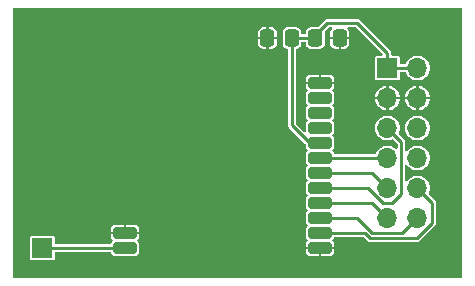
<source format=gbr>
%TF.GenerationSoftware,KiCad,Pcbnew,7.0.1*%
%TF.CreationDate,2023-04-24T20:50:02+02:00*%
%TF.ProjectId,AS4432_ANT_PMOD,41533434-3332-45f4-914e-545f504d4f44,rev?*%
%TF.SameCoordinates,Original*%
%TF.FileFunction,Copper,L1,Top*%
%TF.FilePolarity,Positive*%
%FSLAX46Y46*%
G04 Gerber Fmt 4.6, Leading zero omitted, Abs format (unit mm)*
G04 Created by KiCad (PCBNEW 7.0.1) date 2023-04-24 20:50:02*
%MOMM*%
%LPD*%
G01*
G04 APERTURE LIST*
G04 Aperture macros list*
%AMRoundRect*
0 Rectangle with rounded corners*
0 $1 Rounding radius*
0 $2 $3 $4 $5 $6 $7 $8 $9 X,Y pos of 4 corners*
0 Add a 4 corners polygon primitive as box body*
4,1,4,$2,$3,$4,$5,$6,$7,$8,$9,$2,$3,0*
0 Add four circle primitives for the rounded corners*
1,1,$1+$1,$2,$3*
1,1,$1+$1,$4,$5*
1,1,$1+$1,$6,$7*
1,1,$1+$1,$8,$9*
0 Add four rect primitives between the rounded corners*
20,1,$1+$1,$2,$3,$4,$5,0*
20,1,$1+$1,$4,$5,$6,$7,0*
20,1,$1+$1,$6,$7,$8,$9,0*
20,1,$1+$1,$8,$9,$2,$3,0*%
G04 Aperture macros list end*
%TA.AperFunction,ComponentPad*%
%ADD10R,1.700000X1.700000*%
%TD*%
%TA.AperFunction,ComponentPad*%
%ADD11O,1.700000X1.700000*%
%TD*%
%TA.AperFunction,SMDPad,CuDef*%
%ADD12RoundRect,0.250000X0.750000X0.250000X-0.750000X0.250000X-0.750000X-0.250000X0.750000X-0.250000X0*%
%TD*%
%TA.AperFunction,SMDPad,CuDef*%
%ADD13RoundRect,0.250000X0.337500X0.475000X-0.337500X0.475000X-0.337500X-0.475000X0.337500X-0.475000X0*%
%TD*%
%TA.AperFunction,SMDPad,CuDef*%
%ADD14RoundRect,0.250000X-0.337500X-0.475000X0.337500X-0.475000X0.337500X0.475000X-0.337500X0.475000X0*%
%TD*%
%TA.AperFunction,Conductor*%
%ADD15C,0.250000*%
%TD*%
G04 APERTURE END LIST*
D10*
%TO.P,J1,1,Pin_1*%
%TO.N,VCC*%
X149860000Y-43180000D03*
D11*
%TO.P,J1,2,Pin_2*%
X152400000Y-43180000D03*
%TO.P,J1,3,Pin_3*%
%TO.N,GND*%
X149860000Y-45720000D03*
%TO.P,J1,4,Pin_4*%
X152400000Y-45720000D03*
%TO.P,J1,5,Pin_5*%
%TO.N,SCK*%
X149860000Y-48260000D03*
%TO.P,J1,6,Pin_6*%
%TO.N,unconnected-(J1-Pin_6-Pad6)*%
X152400000Y-48260000D03*
%TO.P,J1,7,Pin_7*%
%TO.N,MISO*%
X149860000Y-50800000D03*
%TO.P,J1,8,Pin_8*%
%TO.N,unconnected-(J1-Pin_8-Pad8)*%
X152400000Y-50800000D03*
%TO.P,J1,9,Pin_9*%
%TO.N,MOSI*%
X149860000Y-53340000D03*
%TO.P,J1,10,Pin_10*%
%TO.N,nRESET*%
X152400000Y-53340000D03*
%TO.P,J1,11,Pin_11*%
%TO.N,nCS*%
X149860000Y-55880000D03*
%TO.P,J1,12,Pin_12*%
%TO.N,IRQ*%
X152400000Y-55880000D03*
%TD*%
D12*
%TO.P,U1,1,GND*%
%TO.N,GND*%
X144140000Y-44450000D03*
%TO.P,U1,2,DIO0*%
%TO.N,unconnected-(U1-DIO0-Pad2)*%
X144140000Y-45720000D03*
%TO.P,U1,3,DIO1*%
%TO.N,unconnected-(U1-DIO1-Pad3)*%
X144140000Y-46990000D03*
%TO.P,U1,4,DIO2*%
%TO.N,unconnected-(U1-DIO2-Pad4)*%
X144140000Y-48260000D03*
%TO.P,U1,5,3.3V*%
%TO.N,VCC*%
X144140000Y-49530000D03*
%TO.P,U1,6,MISO*%
%TO.N,MISO*%
X144140000Y-50800000D03*
%TO.P,U1,7,MOSI*%
%TO.N,MOSI*%
X144140000Y-52070000D03*
%TO.P,U1,8,SCK*%
%TO.N,SCK*%
X144140000Y-53340000D03*
%TO.P,U1,9,NSS*%
%TO.N,nCS*%
X144140000Y-54610000D03*
%TO.P,U1,10,IRQ*%
%TO.N,IRQ*%
X144140000Y-55880000D03*
%TO.P,U1,11,SDN*%
%TO.N,nRESET*%
X144140000Y-57150000D03*
%TO.P,U1,12,GND*%
%TO.N,GND*%
X144140000Y-58420000D03*
%TO.P,U1,13,ANT*%
%TO.N,Net-(J2-Pin_1)*%
X127640000Y-58420000D03*
%TO.P,U1,14,GND*%
%TO.N,GND*%
X127640000Y-57150000D03*
%TD*%
D13*
%TO.P,C1,1*%
%TO.N,VCC*%
X141775000Y-40640000D03*
%TO.P,C1,2*%
%TO.N,GND*%
X139700000Y-40640000D03*
%TD*%
D14*
%TO.P,C2,1*%
%TO.N,VCC*%
X143742500Y-40640000D03*
%TO.P,C2,2*%
%TO.N,GND*%
X145817500Y-40640000D03*
%TD*%
D10*
%TO.P,J2,1,Pin_1*%
%TO.N,Net-(J2-Pin_1)*%
X120650000Y-58420000D03*
%TD*%
D15*
%TO.N,Net-(J2-Pin_1)*%
X127640000Y-58420000D02*
X120650000Y-58420000D01*
%TO.N,nRESET*%
X143826500Y-57150000D02*
X147953604Y-57150000D01*
X152341701Y-57600000D02*
X153230850Y-56710850D01*
X152791701Y-57150000D02*
X153670000Y-56271701D01*
X153670000Y-54610000D02*
X152400000Y-53340000D01*
X153670000Y-56271701D02*
X153670000Y-54610000D01*
X147953604Y-57150000D02*
X148403604Y-57600000D01*
X148403604Y-57600000D02*
X152341701Y-57600000D01*
%TO.N,nCS*%
X148590000Y-54610000D02*
X143826500Y-54610000D01*
X149860000Y-55880000D02*
X148590000Y-54610000D01*
%TO.N,SCK*%
X149468299Y-54610000D02*
X150251701Y-54610000D01*
X150251701Y-54610000D02*
X151035000Y-53826701D01*
X151035000Y-53826701D02*
X151035000Y-49435000D01*
X143826500Y-53340000D02*
X148198299Y-53340000D01*
X151035000Y-49435000D02*
X149860000Y-48260000D01*
X148198299Y-53340000D02*
X149468299Y-54610000D01*
%TO.N,MOSI*%
X143826500Y-52070000D02*
X148590000Y-52070000D01*
X148590000Y-52070000D02*
X149860000Y-53340000D01*
%TO.N,MISO*%
X143826500Y-50800000D02*
X149860000Y-50800000D01*
%TO.N,VCC*%
X143283327Y-49530000D02*
X141775000Y-48021673D01*
X143742500Y-40407500D02*
X144780000Y-39370000D01*
X141775000Y-40640000D02*
X143742500Y-40640000D01*
X141775000Y-48021673D02*
X141775000Y-40640000D01*
X147320000Y-39370000D02*
X149860000Y-41910000D01*
X149860000Y-43180000D02*
X152400000Y-43180000D01*
X144780000Y-39370000D02*
X147320000Y-39370000D01*
X143742500Y-40640000D02*
X143742500Y-40407500D01*
X143826500Y-49530000D02*
X143283327Y-49530000D01*
X149860000Y-41910000D02*
X149860000Y-43180000D01*
%TO.N,IRQ*%
X147320000Y-55880000D02*
X143826500Y-55880000D01*
X152400000Y-55880000D02*
X151130000Y-57150000D01*
X148590000Y-57150000D02*
X147320000Y-55880000D01*
X151130000Y-57150000D02*
X148590000Y-57150000D01*
%TD*%
%TA.AperFunction,Conductor*%
%TO.N,GND*%
G36*
X156135000Y-38138763D02*
G01*
X156171237Y-38175000D01*
X156184500Y-38224500D01*
X156184500Y-60835500D01*
X156171237Y-60885000D01*
X156135000Y-60921237D01*
X156085500Y-60934500D01*
X118234500Y-60934500D01*
X118185000Y-60921237D01*
X118148763Y-60885000D01*
X118135500Y-60835500D01*
X118135500Y-59289747D01*
X119599500Y-59289747D01*
X119611133Y-59348231D01*
X119655447Y-59414552D01*
X119699762Y-59444162D01*
X119721769Y-59458867D01*
X119780252Y-59470500D01*
X121519747Y-59470500D01*
X121519748Y-59470500D01*
X121578231Y-59458867D01*
X121644552Y-59414552D01*
X121688867Y-59348231D01*
X121700500Y-59289748D01*
X121700500Y-58844500D01*
X121713763Y-58795000D01*
X121750000Y-58758763D01*
X121799500Y-58745500D01*
X126368891Y-58745500D01*
X126426180Y-58763760D01*
X126462335Y-58811801D01*
X126487207Y-58882882D01*
X126567850Y-58992150D01*
X126677118Y-59072793D01*
X126805301Y-59117646D01*
X126818343Y-59118869D01*
X126835730Y-59120500D01*
X126835734Y-59120500D01*
X128444266Y-59120500D01*
X128444270Y-59120500D01*
X128459482Y-59119073D01*
X128474699Y-59117646D01*
X128602882Y-59072793D01*
X128712150Y-58992150D01*
X128792793Y-58882882D01*
X128837646Y-58754699D01*
X128840500Y-58724266D01*
X128840500Y-58724200D01*
X142940001Y-58724200D01*
X142942851Y-58754604D01*
X142987654Y-58882645D01*
X143068208Y-58991791D01*
X143177354Y-59072345D01*
X143305398Y-59117149D01*
X143335792Y-59120000D01*
X144039999Y-59120000D01*
X144040000Y-59119999D01*
X144040000Y-59119998D01*
X144240000Y-59119998D01*
X144240001Y-59119999D01*
X144944200Y-59119999D01*
X144974604Y-59117148D01*
X145102645Y-59072345D01*
X145211791Y-58991791D01*
X145292345Y-58882645D01*
X145337149Y-58754601D01*
X145340000Y-58724208D01*
X145340000Y-58520001D01*
X145339999Y-58520000D01*
X144240001Y-58520000D01*
X144240000Y-58520001D01*
X144240000Y-59119998D01*
X144040000Y-59119998D01*
X144040000Y-58520001D01*
X144039999Y-58520000D01*
X142940002Y-58520000D01*
X142940001Y-58520001D01*
X142940001Y-58724200D01*
X128840500Y-58724200D01*
X128840500Y-58115734D01*
X128837646Y-58085301D01*
X128792793Y-57957118D01*
X128732029Y-57874785D01*
X128708841Y-57843366D01*
X128691711Y-57805402D01*
X128691711Y-57763753D01*
X128708841Y-57725789D01*
X128792345Y-57612645D01*
X128837149Y-57484601D01*
X128840000Y-57454208D01*
X128840000Y-57250001D01*
X128839999Y-57250000D01*
X126440002Y-57250000D01*
X126440001Y-57250001D01*
X126440001Y-57454200D01*
X126442851Y-57484604D01*
X126487654Y-57612645D01*
X126571159Y-57725789D01*
X126588289Y-57763753D01*
X126588289Y-57805402D01*
X126571159Y-57843366D01*
X126507765Y-57929263D01*
X126487207Y-57957118D01*
X126462335Y-58028198D01*
X126426180Y-58076240D01*
X126368891Y-58094500D01*
X121799500Y-58094500D01*
X121750000Y-58081237D01*
X121713763Y-58045000D01*
X121700500Y-57995500D01*
X121700500Y-57550253D01*
X121698819Y-57541803D01*
X121688867Y-57491769D01*
X121663764Y-57454200D01*
X121644552Y-57425447D01*
X121578231Y-57381133D01*
X121519748Y-57369500D01*
X119780252Y-57369500D01*
X119751010Y-57375316D01*
X119721768Y-57381133D01*
X119655447Y-57425447D01*
X119611133Y-57491768D01*
X119599500Y-57550253D01*
X119599500Y-59289747D01*
X118135500Y-59289747D01*
X118135500Y-57049999D01*
X126440000Y-57049999D01*
X126440001Y-57050000D01*
X127539999Y-57050000D01*
X127540000Y-57049999D01*
X127740000Y-57049999D01*
X127740001Y-57050000D01*
X128839998Y-57050000D01*
X128839999Y-57049999D01*
X128839999Y-56845800D01*
X128837148Y-56815395D01*
X128792345Y-56687354D01*
X128711791Y-56578208D01*
X128602645Y-56497654D01*
X128474601Y-56452850D01*
X128444208Y-56450000D01*
X127740001Y-56450000D01*
X127740000Y-56450001D01*
X127740000Y-57049999D01*
X127540000Y-57049999D01*
X127540000Y-56450002D01*
X127539999Y-56450001D01*
X126835800Y-56450001D01*
X126805395Y-56452851D01*
X126677354Y-56497654D01*
X126568208Y-56578208D01*
X126487654Y-56687354D01*
X126442850Y-56815398D01*
X126440000Y-56845792D01*
X126440000Y-57049999D01*
X118135500Y-57049999D01*
X118135500Y-41169200D01*
X138912501Y-41169200D01*
X138915351Y-41199604D01*
X138960154Y-41327645D01*
X139040708Y-41436791D01*
X139149854Y-41517345D01*
X139277898Y-41562149D01*
X139308292Y-41565000D01*
X139599999Y-41565000D01*
X139600000Y-41564999D01*
X139600000Y-41564998D01*
X139800000Y-41564998D01*
X139800001Y-41564999D01*
X140091700Y-41564999D01*
X140122104Y-41562148D01*
X140250145Y-41517345D01*
X140359291Y-41436791D01*
X140439845Y-41327645D01*
X140484649Y-41199601D01*
X140487494Y-41169270D01*
X140987000Y-41169270D01*
X140989853Y-41199695D01*
X140989853Y-41199697D01*
X140989854Y-41199699D01*
X141034707Y-41327882D01*
X141115350Y-41437150D01*
X141224618Y-41517793D01*
X141352801Y-41562646D01*
X141359746Y-41563297D01*
X141405245Y-41579377D01*
X141437737Y-41615060D01*
X141449500Y-41661864D01*
X141449500Y-48003139D01*
X141449123Y-48011769D01*
X141445735Y-48050480D01*
X141455795Y-48088023D01*
X141457663Y-48096451D01*
X141464411Y-48134715D01*
X141464412Y-48134718D01*
X141465166Y-48136025D01*
X141475055Y-48159898D01*
X141475446Y-48161358D01*
X141497732Y-48193187D01*
X141502370Y-48200467D01*
X141521803Y-48234125D01*
X141521805Y-48234127D01*
X141521806Y-48234128D01*
X141551583Y-48259114D01*
X141557938Y-48264937D01*
X142910504Y-49617504D01*
X142931964Y-49649622D01*
X142939500Y-49687508D01*
X142939500Y-49834270D01*
X142942353Y-49864695D01*
X142942353Y-49864697D01*
X142942354Y-49864699D01*
X142987207Y-49992882D01*
X142987208Y-49992883D01*
X143070848Y-50106212D01*
X143087978Y-50144175D01*
X143087978Y-50185825D01*
X143070848Y-50223788D01*
X143067850Y-50227849D01*
X143067850Y-50227850D01*
X142987207Y-50337118D01*
X142950936Y-50440774D01*
X142942353Y-50465304D01*
X142939500Y-50495730D01*
X142939500Y-51104270D01*
X142942353Y-51134695D01*
X142942353Y-51134697D01*
X142942354Y-51134699D01*
X142987207Y-51262882D01*
X142987208Y-51262883D01*
X143070848Y-51376212D01*
X143087978Y-51414175D01*
X143087978Y-51455825D01*
X143070848Y-51493788D01*
X142996449Y-51594596D01*
X142987207Y-51607118D01*
X142945525Y-51726240D01*
X142942353Y-51735304D01*
X142939500Y-51765730D01*
X142939500Y-52374270D01*
X142942353Y-52404695D01*
X142942353Y-52404697D01*
X142942354Y-52404699D01*
X142987207Y-52532882D01*
X142987208Y-52532883D01*
X143070848Y-52646212D01*
X143087978Y-52684175D01*
X143087978Y-52725825D01*
X143070848Y-52763788D01*
X142997079Y-52863742D01*
X142987207Y-52877118D01*
X142945525Y-52996240D01*
X142942353Y-53005304D01*
X142939500Y-53035730D01*
X142939500Y-53644270D01*
X142942353Y-53674695D01*
X142942353Y-53674697D01*
X142942354Y-53674699D01*
X142987207Y-53802882D01*
X142987208Y-53802883D01*
X143070848Y-53916212D01*
X143087978Y-53954175D01*
X143087978Y-53995825D01*
X143070848Y-54033788D01*
X143067850Y-54037849D01*
X143067850Y-54037850D01*
X142987207Y-54147118D01*
X142960520Y-54223386D01*
X142942353Y-54275304D01*
X142939500Y-54305730D01*
X142939500Y-54914270D01*
X142942353Y-54944695D01*
X142942353Y-54944697D01*
X142942354Y-54944699D01*
X142987207Y-55072882D01*
X142987208Y-55072883D01*
X143070848Y-55186212D01*
X143087978Y-55224175D01*
X143087978Y-55265825D01*
X143070848Y-55303788D01*
X142997079Y-55403742D01*
X142987207Y-55417118D01*
X142945525Y-55536240D01*
X142942353Y-55545304D01*
X142939500Y-55575730D01*
X142939500Y-56184270D01*
X142942353Y-56214695D01*
X142942353Y-56214697D01*
X142942354Y-56214699D01*
X142987207Y-56342882D01*
X143027397Y-56397338D01*
X143070848Y-56456212D01*
X143087978Y-56494175D01*
X143087978Y-56535825D01*
X143070848Y-56573788D01*
X143032014Y-56626407D01*
X142987207Y-56687118D01*
X142962106Y-56758852D01*
X142942353Y-56815304D01*
X142939500Y-56845730D01*
X142939500Y-57454270D01*
X142942353Y-57484695D01*
X142942353Y-57484697D01*
X142942354Y-57484699D01*
X142987207Y-57612882D01*
X143065894Y-57719500D01*
X143071159Y-57726633D01*
X143088289Y-57764596D01*
X143088289Y-57806246D01*
X143071159Y-57844209D01*
X142987655Y-57957352D01*
X142942850Y-58085398D01*
X142940000Y-58115792D01*
X142940000Y-58319999D01*
X142940001Y-58320000D01*
X145339998Y-58320000D01*
X145339999Y-58319999D01*
X145339999Y-58115800D01*
X145337148Y-58085395D01*
X145292344Y-57957352D01*
X145208841Y-57844209D01*
X145191711Y-57806246D01*
X145191711Y-57764596D01*
X145208841Y-57726633D01*
X145212150Y-57722150D01*
X145292793Y-57612882D01*
X145317664Y-57541801D01*
X145353820Y-57493760D01*
X145411109Y-57475500D01*
X147777770Y-57475500D01*
X147815656Y-57483036D01*
X147847774Y-57504496D01*
X148160334Y-57817056D01*
X148166168Y-57823423D01*
X148191149Y-57853194D01*
X148224819Y-57872633D01*
X148232081Y-57877260D01*
X148263920Y-57899554D01*
X148265365Y-57899941D01*
X148265372Y-57899943D01*
X148289254Y-57909834D01*
X148290559Y-57910588D01*
X148290560Y-57910588D01*
X148290562Y-57910589D01*
X148315633Y-57915008D01*
X148328832Y-57917336D01*
X148337242Y-57919199D01*
X148374797Y-57929263D01*
X148374797Y-57929262D01*
X148374798Y-57929263D01*
X148397582Y-57927269D01*
X148413501Y-57925876D01*
X148422129Y-57925500D01*
X152323167Y-57925500D01*
X152331794Y-57925876D01*
X152345058Y-57927037D01*
X152370506Y-57929264D01*
X152370506Y-57929263D01*
X152370508Y-57929264D01*
X152408060Y-57919201D01*
X152416478Y-57917335D01*
X152454746Y-57910588D01*
X152456047Y-57909836D01*
X152479933Y-57899942D01*
X152481385Y-57899554D01*
X152513237Y-57877249D01*
X152520477Y-57872637D01*
X152554156Y-57853194D01*
X152579138Y-57823420D01*
X152584951Y-57817075D01*
X153223220Y-57178807D01*
X153887072Y-56514954D01*
X153893430Y-56509130D01*
X153911253Y-56494175D01*
X153923194Y-56484156D01*
X153942624Y-56450500D01*
X153947252Y-56443233D01*
X153969554Y-56411385D01*
X153969943Y-56409930D01*
X153979837Y-56386046D01*
X153980588Y-56384746D01*
X153987340Y-56346449D01*
X153989197Y-56338072D01*
X153999263Y-56300508D01*
X153995876Y-56261803D01*
X153995500Y-56253176D01*
X153995500Y-54628526D01*
X153995877Y-54619897D01*
X153999263Y-54581194D01*
X153999263Y-54581193D01*
X153989199Y-54543638D01*
X153987335Y-54535223D01*
X153980589Y-54496958D01*
X153980588Y-54496956D01*
X153980588Y-54496955D01*
X153979834Y-54495650D01*
X153969943Y-54471768D01*
X153969554Y-54470317D01*
X153969554Y-54470316D01*
X153947257Y-54438473D01*
X153942626Y-54431203D01*
X153923193Y-54397543D01*
X153893434Y-54372573D01*
X153887066Y-54366739D01*
X153388502Y-53868175D01*
X153365850Y-53833041D01*
X153359718Y-53791691D01*
X153371199Y-53751498D01*
X153375232Y-53743954D01*
X153390235Y-53694497D01*
X153435300Y-53545933D01*
X153455583Y-53339999D01*
X153435300Y-53134066D01*
X153403554Y-53029412D01*
X153375232Y-52936046D01*
X153277685Y-52753550D01*
X153146410Y-52593590D01*
X152986450Y-52462315D01*
X152803954Y-52364768D01*
X152803953Y-52364767D01*
X152803952Y-52364767D01*
X152605933Y-52304699D01*
X152400000Y-52284416D01*
X152194066Y-52304699D01*
X151996047Y-52364767D01*
X151813549Y-52462315D01*
X151653590Y-52593590D01*
X151536028Y-52736840D01*
X151485904Y-52769449D01*
X151426148Y-52767248D01*
X151378559Y-52731040D01*
X151360500Y-52674035D01*
X151360500Y-51465965D01*
X151378559Y-51408960D01*
X151426148Y-51372752D01*
X151485904Y-51370551D01*
X151536028Y-51403160D01*
X151653590Y-51546410D01*
X151813550Y-51677685D01*
X151996046Y-51775232D01*
X152133099Y-51816806D01*
X152194066Y-51835300D01*
X152399999Y-51855583D01*
X152399999Y-51855582D01*
X152400000Y-51855583D01*
X152605934Y-51835300D01*
X152803954Y-51775232D01*
X152986450Y-51677685D01*
X153146410Y-51546410D01*
X153277685Y-51386450D01*
X153375232Y-51203954D01*
X153435300Y-51005934D01*
X153455583Y-50800000D01*
X153435300Y-50594066D01*
X153375232Y-50396046D01*
X153277685Y-50213550D01*
X153146410Y-50053590D01*
X152986450Y-49922315D01*
X152803954Y-49824768D01*
X152803953Y-49824767D01*
X152803952Y-49824767D01*
X152605933Y-49764699D01*
X152399999Y-49744416D01*
X152194066Y-49764699D01*
X151996047Y-49824767D01*
X151813549Y-49922315D01*
X151653590Y-50053590D01*
X151536028Y-50196840D01*
X151485904Y-50229449D01*
X151426148Y-50227248D01*
X151378559Y-50191040D01*
X151360500Y-50134035D01*
X151360500Y-49453534D01*
X151360877Y-49444904D01*
X151364264Y-49406193D01*
X151354205Y-49368655D01*
X151352335Y-49360220D01*
X151351543Y-49355732D01*
X151345588Y-49321955D01*
X151344834Y-49320650D01*
X151334943Y-49296768D01*
X151334942Y-49296765D01*
X151334554Y-49295316D01*
X151312260Y-49263477D01*
X151307633Y-49256215D01*
X151288194Y-49222545D01*
X151258428Y-49197568D01*
X151252060Y-49191734D01*
X150848502Y-48788176D01*
X150825851Y-48753043D01*
X150819718Y-48711693D01*
X150831196Y-48671503D01*
X150835232Y-48663954D01*
X150895300Y-48465934D01*
X150915583Y-48260000D01*
X150915583Y-48259999D01*
X151344416Y-48259999D01*
X151364699Y-48465933D01*
X151424766Y-48663949D01*
X151424768Y-48663954D01*
X151522315Y-48846450D01*
X151653590Y-49006410D01*
X151813550Y-49137685D01*
X151996046Y-49235232D01*
X152194066Y-49295300D01*
X152400000Y-49315583D01*
X152605934Y-49295300D01*
X152803954Y-49235232D01*
X152986450Y-49137685D01*
X153146410Y-49006410D01*
X153277685Y-48846450D01*
X153375232Y-48663954D01*
X153435300Y-48465934D01*
X153455583Y-48260000D01*
X153449719Y-48200467D01*
X153435300Y-48054066D01*
X153375232Y-47856047D01*
X153375232Y-47856046D01*
X153277685Y-47673550D01*
X153146410Y-47513590D01*
X152986450Y-47382315D01*
X152803954Y-47284768D01*
X152803953Y-47284767D01*
X152803952Y-47284767D01*
X152605933Y-47224699D01*
X152400000Y-47204416D01*
X152194066Y-47224699D01*
X151996047Y-47284767D01*
X151813549Y-47382315D01*
X151653590Y-47513590D01*
X151522315Y-47673549D01*
X151424767Y-47856047D01*
X151364699Y-48054066D01*
X151344416Y-48259999D01*
X150915583Y-48259999D01*
X150909719Y-48200467D01*
X150895300Y-48054066D01*
X150835232Y-47856047D01*
X150835232Y-47856046D01*
X150737685Y-47673550D01*
X150606410Y-47513590D01*
X150446450Y-47382315D01*
X150263954Y-47284768D01*
X150263953Y-47284767D01*
X150263952Y-47284767D01*
X150065933Y-47224699D01*
X149860000Y-47204416D01*
X149654066Y-47224699D01*
X149456047Y-47284767D01*
X149273549Y-47382315D01*
X149113590Y-47513590D01*
X148982315Y-47673549D01*
X148884767Y-47856047D01*
X148824699Y-48054066D01*
X148804416Y-48259999D01*
X148824699Y-48465933D01*
X148884766Y-48663949D01*
X148884768Y-48663954D01*
X148982315Y-48846450D01*
X149113590Y-49006410D01*
X149273550Y-49137685D01*
X149456046Y-49235232D01*
X149654066Y-49295300D01*
X149860000Y-49315583D01*
X150065934Y-49295300D01*
X150263954Y-49235232D01*
X150271503Y-49231196D01*
X150311693Y-49219718D01*
X150353043Y-49225851D01*
X150388176Y-49248502D01*
X150680504Y-49540830D01*
X150701964Y-49572948D01*
X150709500Y-49610834D01*
X150709500Y-49928876D01*
X150694141Y-49981841D01*
X150652828Y-50018371D01*
X150598381Y-50027131D01*
X150547695Y-50005404D01*
X150446450Y-49922315D01*
X150338659Y-49864699D01*
X150263954Y-49824768D01*
X150263953Y-49824767D01*
X150263952Y-49824767D01*
X150065933Y-49764699D01*
X149859999Y-49744416D01*
X149654066Y-49764699D01*
X149456047Y-49824767D01*
X149273549Y-49922315D01*
X149113590Y-50053590D01*
X148982315Y-50213549D01*
X148884767Y-50396045D01*
X148882284Y-50404235D01*
X148861979Y-50440774D01*
X148828405Y-50465675D01*
X148787546Y-50474500D01*
X145411109Y-50474500D01*
X145353820Y-50456240D01*
X145317664Y-50408198D01*
X145292793Y-50337118D01*
X145212150Y-50227850D01*
X145212145Y-50227847D01*
X145209151Y-50223789D01*
X145192021Y-50185825D01*
X145192021Y-50144175D01*
X145209151Y-50106211D01*
X145212145Y-50102153D01*
X145212150Y-50102150D01*
X145292793Y-49992882D01*
X145337646Y-49864699D01*
X145340500Y-49834266D01*
X145340500Y-49225734D01*
X145337646Y-49195301D01*
X145292793Y-49067118D01*
X145212150Y-48957850D01*
X145212145Y-48957847D01*
X145209151Y-48953789D01*
X145192021Y-48915825D01*
X145192021Y-48874175D01*
X145209151Y-48836211D01*
X145212145Y-48832153D01*
X145212150Y-48832150D01*
X145292793Y-48722882D01*
X145337646Y-48594699D01*
X145340500Y-48564266D01*
X145340500Y-47955734D01*
X145337646Y-47925301D01*
X145292793Y-47797118D01*
X145212150Y-47687850D01*
X145212149Y-47687849D01*
X145209151Y-47683787D01*
X145192021Y-47645823D01*
X145192021Y-47604174D01*
X145209151Y-47566210D01*
X145212144Y-47562154D01*
X145212150Y-47562150D01*
X145292793Y-47452882D01*
X145337646Y-47324699D01*
X145340500Y-47294266D01*
X145340500Y-46685734D01*
X145337646Y-46655301D01*
X145292793Y-46527118D01*
X145212150Y-46417850D01*
X145212145Y-46417847D01*
X145209151Y-46413789D01*
X145192021Y-46375825D01*
X145192021Y-46334175D01*
X145209151Y-46296211D01*
X145212145Y-46292153D01*
X145212150Y-46292150D01*
X145292793Y-46182882D01*
X145337646Y-46054699D01*
X145340500Y-46024266D01*
X145340500Y-45820000D01*
X148814767Y-45820000D01*
X148825191Y-45925835D01*
X148885231Y-46123763D01*
X148982730Y-46306170D01*
X149113945Y-46466054D01*
X149273829Y-46597269D01*
X149456236Y-46694768D01*
X149654164Y-46754808D01*
X149759999Y-46765232D01*
X149760000Y-46765232D01*
X149960000Y-46765232D01*
X150065835Y-46754808D01*
X150263763Y-46694768D01*
X150446170Y-46597269D01*
X150606054Y-46466054D01*
X150737269Y-46306170D01*
X150834768Y-46123763D01*
X150894808Y-45925835D01*
X150905232Y-45820000D01*
X151354767Y-45820000D01*
X151365191Y-45925835D01*
X151425231Y-46123763D01*
X151522730Y-46306170D01*
X151653945Y-46466054D01*
X151813829Y-46597269D01*
X151996236Y-46694768D01*
X152194164Y-46754808D01*
X152299999Y-46765232D01*
X152300000Y-46765232D01*
X152500000Y-46765232D01*
X152605835Y-46754808D01*
X152803763Y-46694768D01*
X152986170Y-46597269D01*
X153146054Y-46466054D01*
X153277269Y-46306170D01*
X153374768Y-46123763D01*
X153434808Y-45925835D01*
X153445232Y-45820000D01*
X152500001Y-45820000D01*
X152500000Y-45820001D01*
X152500000Y-46765232D01*
X152300000Y-46765232D01*
X152300000Y-45820001D01*
X152299999Y-45820000D01*
X151354767Y-45820000D01*
X150905232Y-45820000D01*
X149960001Y-45820000D01*
X149960000Y-45820001D01*
X149960000Y-46765232D01*
X149760000Y-46765232D01*
X149760000Y-45820001D01*
X149759999Y-45820000D01*
X148814767Y-45820000D01*
X145340500Y-45820000D01*
X145340500Y-45619999D01*
X148814767Y-45619999D01*
X148814768Y-45620000D01*
X149759999Y-45620000D01*
X149760000Y-45619999D01*
X149760000Y-44674768D01*
X149759999Y-44674767D01*
X149960000Y-44674767D01*
X149960000Y-45619999D01*
X149960001Y-45620000D01*
X150905232Y-45620000D01*
X150905232Y-45619999D01*
X151354767Y-45619999D01*
X151354768Y-45620000D01*
X152299999Y-45620000D01*
X152300000Y-45619999D01*
X152300000Y-44674768D01*
X152299999Y-44674767D01*
X152500000Y-44674767D01*
X152500000Y-45619999D01*
X152500001Y-45620000D01*
X153445232Y-45620000D01*
X153445232Y-45619999D01*
X153434808Y-45514164D01*
X153374768Y-45316236D01*
X153277269Y-45133829D01*
X153146054Y-44973945D01*
X152986170Y-44842730D01*
X152803763Y-44745231D01*
X152605835Y-44685191D01*
X152500000Y-44674767D01*
X152299999Y-44674767D01*
X152194164Y-44685191D01*
X151996236Y-44745231D01*
X151813829Y-44842730D01*
X151653945Y-44973945D01*
X151522730Y-45133829D01*
X151425231Y-45316236D01*
X151365191Y-45514164D01*
X151354767Y-45619999D01*
X150905232Y-45619999D01*
X150894808Y-45514164D01*
X150834768Y-45316236D01*
X150737269Y-45133829D01*
X150606054Y-44973945D01*
X150446170Y-44842730D01*
X150263763Y-44745231D01*
X150065835Y-44685191D01*
X149960000Y-44674767D01*
X149759999Y-44674767D01*
X149654164Y-44685191D01*
X149456236Y-44745231D01*
X149273829Y-44842730D01*
X149113945Y-44973945D01*
X148982730Y-45133829D01*
X148885231Y-45316236D01*
X148825191Y-45514164D01*
X148814767Y-45619999D01*
X145340500Y-45619999D01*
X145340500Y-45415734D01*
X145337646Y-45385301D01*
X145292793Y-45257118D01*
X145212150Y-45147850D01*
X145208841Y-45143366D01*
X145191711Y-45105402D01*
X145191711Y-45063753D01*
X145208841Y-45025789D01*
X145292345Y-44912645D01*
X145337149Y-44784601D01*
X145340000Y-44754208D01*
X145340000Y-44550001D01*
X145339999Y-44550000D01*
X142940002Y-44550000D01*
X142940001Y-44550001D01*
X142940001Y-44754200D01*
X142942851Y-44784604D01*
X142987654Y-44912645D01*
X143071159Y-45025789D01*
X143088289Y-45063753D01*
X143088289Y-45105402D01*
X143071159Y-45143366D01*
X142987208Y-45257116D01*
X142942353Y-45385304D01*
X142939500Y-45415730D01*
X142939500Y-46024270D01*
X142942353Y-46054695D01*
X142942353Y-46054697D01*
X142942354Y-46054699D01*
X142987207Y-46182882D01*
X142987208Y-46182883D01*
X143070848Y-46296212D01*
X143087978Y-46334175D01*
X143087978Y-46375825D01*
X143070848Y-46413788D01*
X142987208Y-46527116D01*
X142942353Y-46655304D01*
X142939500Y-46685730D01*
X142939500Y-47294270D01*
X142942353Y-47324695D01*
X142942353Y-47324697D01*
X142942354Y-47324699D01*
X142987207Y-47452882D01*
X143067850Y-47562150D01*
X143067851Y-47562151D01*
X143070848Y-47566211D01*
X143087978Y-47604174D01*
X143087978Y-47645823D01*
X143070848Y-47683787D01*
X142987208Y-47797116D01*
X142987207Y-47797118D01*
X142942354Y-47925301D01*
X142942353Y-47925304D01*
X142939500Y-47955730D01*
X142939500Y-48486838D01*
X142922816Y-48541839D01*
X142878386Y-48578302D01*
X142821186Y-48583936D01*
X142770496Y-48556842D01*
X142129496Y-47915843D01*
X142108036Y-47883725D01*
X142100500Y-47845839D01*
X142100500Y-44349999D01*
X142940000Y-44349999D01*
X142940001Y-44350000D01*
X144039999Y-44350000D01*
X144040000Y-44349999D01*
X144240000Y-44349999D01*
X144240001Y-44350000D01*
X145339998Y-44350000D01*
X145339999Y-44349999D01*
X145339999Y-44145800D01*
X145337148Y-44115395D01*
X145292345Y-43987354D01*
X145211791Y-43878208D01*
X145102645Y-43797654D01*
X144974601Y-43752850D01*
X144944208Y-43750000D01*
X144240001Y-43750000D01*
X144240000Y-43750001D01*
X144240000Y-44349999D01*
X144040000Y-44349999D01*
X144040000Y-43750002D01*
X144039999Y-43750001D01*
X143335800Y-43750001D01*
X143305395Y-43752851D01*
X143177354Y-43797654D01*
X143068208Y-43878208D01*
X142987654Y-43987354D01*
X142942850Y-44115398D01*
X142940000Y-44145792D01*
X142940000Y-44349999D01*
X142100500Y-44349999D01*
X142100500Y-41661864D01*
X142112263Y-41615060D01*
X142144755Y-41579377D01*
X142190253Y-41563297D01*
X142197199Y-41562646D01*
X142325382Y-41517793D01*
X142434650Y-41437150D01*
X142515293Y-41327882D01*
X142560146Y-41199699D01*
X142563000Y-41169266D01*
X142563000Y-41064500D01*
X142576263Y-41015000D01*
X142612500Y-40978763D01*
X142662000Y-40965500D01*
X142855500Y-40965500D01*
X142905000Y-40978763D01*
X142941237Y-41015000D01*
X142954500Y-41064500D01*
X142954500Y-41169270D01*
X142957353Y-41199695D01*
X142957353Y-41199697D01*
X142957354Y-41199699D01*
X143002207Y-41327882D01*
X143082850Y-41437150D01*
X143192118Y-41517793D01*
X143320301Y-41562646D01*
X143333343Y-41563869D01*
X143350730Y-41565500D01*
X143350734Y-41565500D01*
X144134266Y-41565500D01*
X144134270Y-41565500D01*
X144149482Y-41564072D01*
X144164699Y-41562646D01*
X144292882Y-41517793D01*
X144402150Y-41437150D01*
X144482793Y-41327882D01*
X144527646Y-41199699D01*
X144530500Y-41169266D01*
X144530500Y-41169200D01*
X145030001Y-41169200D01*
X145032851Y-41199604D01*
X145077654Y-41327645D01*
X145158208Y-41436791D01*
X145267354Y-41517345D01*
X145395398Y-41562149D01*
X145425792Y-41565000D01*
X145717499Y-41565000D01*
X145717500Y-41564999D01*
X145717500Y-41564998D01*
X145917500Y-41564998D01*
X145917501Y-41564999D01*
X146209200Y-41564999D01*
X146239604Y-41562148D01*
X146367645Y-41517345D01*
X146476791Y-41436791D01*
X146557345Y-41327645D01*
X146602149Y-41199601D01*
X146605000Y-41169208D01*
X146605000Y-40740001D01*
X146604999Y-40740000D01*
X145917501Y-40740000D01*
X145917500Y-40740001D01*
X145917500Y-41564998D01*
X145717500Y-41564998D01*
X145717500Y-40740001D01*
X145717499Y-40740000D01*
X145030002Y-40740000D01*
X145030001Y-40740001D01*
X145030001Y-41169200D01*
X144530500Y-41169200D01*
X144530500Y-40120832D01*
X144538036Y-40082946D01*
X144559497Y-40050828D01*
X144885830Y-39724496D01*
X144917947Y-39703036D01*
X144955833Y-39695500D01*
X145071114Y-39695500D01*
X145122999Y-39710186D01*
X145159491Y-39749885D01*
X145169764Y-39802821D01*
X145150769Y-39853289D01*
X145077654Y-39952354D01*
X145032850Y-40080398D01*
X145030000Y-40110792D01*
X145030000Y-40539999D01*
X145030001Y-40540000D01*
X146604998Y-40540000D01*
X146604999Y-40539999D01*
X146604999Y-40110800D01*
X146602148Y-40080395D01*
X146557345Y-39952354D01*
X146484231Y-39853289D01*
X146465236Y-39802821D01*
X146475509Y-39749885D01*
X146512001Y-39710186D01*
X146563886Y-39695500D01*
X147144166Y-39695500D01*
X147182052Y-39703036D01*
X147214170Y-39724496D01*
X149450169Y-41960496D01*
X149477263Y-42011186D01*
X149471629Y-42068386D01*
X149435166Y-42112815D01*
X149380165Y-42129500D01*
X148990252Y-42129500D01*
X148961010Y-42135316D01*
X148931768Y-42141133D01*
X148865447Y-42185447D01*
X148821133Y-42251768D01*
X148809500Y-42310253D01*
X148809500Y-44049747D01*
X148821133Y-44108231D01*
X148865447Y-44174552D01*
X148909762Y-44204162D01*
X148931769Y-44218867D01*
X148990252Y-44230500D01*
X150729747Y-44230500D01*
X150729748Y-44230500D01*
X150788231Y-44218867D01*
X150854552Y-44174552D01*
X150898867Y-44108231D01*
X150910500Y-44049748D01*
X150910500Y-43604500D01*
X150923763Y-43555000D01*
X150960000Y-43518763D01*
X151009500Y-43505500D01*
X151327546Y-43505500D01*
X151368405Y-43514325D01*
X151401979Y-43539226D01*
X151422284Y-43575765D01*
X151424767Y-43583954D01*
X151513522Y-43750000D01*
X151522315Y-43766450D01*
X151653590Y-43926410D01*
X151813550Y-44057685D01*
X151996046Y-44155232D01*
X152194066Y-44215300D01*
X152400000Y-44235583D01*
X152605934Y-44215300D01*
X152803954Y-44155232D01*
X152986450Y-44057685D01*
X153146410Y-43926410D01*
X153277685Y-43766450D01*
X153375232Y-43583954D01*
X153435300Y-43385934D01*
X153455583Y-43180000D01*
X153435300Y-42974066D01*
X153375232Y-42776046D01*
X153277685Y-42593550D01*
X153146410Y-42433590D01*
X152986450Y-42302315D01*
X152803954Y-42204768D01*
X152803953Y-42204767D01*
X152803952Y-42204767D01*
X152605933Y-42144699D01*
X152400000Y-42124416D01*
X152194066Y-42144699D01*
X151996047Y-42204767D01*
X151813549Y-42302315D01*
X151653590Y-42433590D01*
X151522315Y-42593549D01*
X151424767Y-42776045D01*
X151422284Y-42784235D01*
X151401979Y-42820774D01*
X151368405Y-42845675D01*
X151327546Y-42854500D01*
X151009500Y-42854500D01*
X150960000Y-42841237D01*
X150923763Y-42805000D01*
X150910500Y-42755500D01*
X150910500Y-42310253D01*
X150908921Y-42302315D01*
X150898867Y-42251769D01*
X150884162Y-42229762D01*
X150854552Y-42185447D01*
X150788231Y-42141133D01*
X150788230Y-42141132D01*
X150729748Y-42129500D01*
X150729747Y-42129500D01*
X150284500Y-42129500D01*
X150235000Y-42116237D01*
X150198763Y-42080000D01*
X150185500Y-42030500D01*
X150185500Y-41928522D01*
X150185877Y-41919892D01*
X150189263Y-41881192D01*
X150179207Y-41843665D01*
X150177337Y-41835231D01*
X150176486Y-41830405D01*
X150170588Y-41796955D01*
X150169828Y-41795640D01*
X150159944Y-41771776D01*
X150159553Y-41770316D01*
X150137261Y-41738480D01*
X150132625Y-41731201D01*
X150113194Y-41697545D01*
X150083434Y-41672573D01*
X150077066Y-41666739D01*
X147563268Y-39152942D01*
X147557434Y-39146574D01*
X147532454Y-39116805D01*
X147498794Y-39097370D01*
X147491514Y-39092732D01*
X147459685Y-39070446D01*
X147458225Y-39070055D01*
X147434352Y-39060166D01*
X147433045Y-39059412D01*
X147433043Y-39059411D01*
X147433042Y-39059411D01*
X147394778Y-39052663D01*
X147386350Y-39050795D01*
X147348807Y-39040735D01*
X147313330Y-39043839D01*
X147310093Y-39044123D01*
X147301466Y-39044500D01*
X144798534Y-39044500D01*
X144789906Y-39044123D01*
X144786050Y-39043785D01*
X144751191Y-39040735D01*
X144713649Y-39050794D01*
X144705223Y-39052662D01*
X144666956Y-39059410D01*
X144665645Y-39060168D01*
X144641780Y-39070053D01*
X144640318Y-39070444D01*
X144608484Y-39092734D01*
X144601204Y-39097371D01*
X144567545Y-39116805D01*
X144542570Y-39146569D01*
X144536736Y-39152937D01*
X144004170Y-39685504D01*
X143972052Y-39706964D01*
X143934166Y-39714500D01*
X143350730Y-39714500D01*
X143320304Y-39717353D01*
X143320301Y-39717353D01*
X143320301Y-39717354D01*
X143192118Y-39762207D01*
X143192117Y-39762207D01*
X143192116Y-39762208D01*
X143082849Y-39842850D01*
X143082850Y-39842850D01*
X143002207Y-39952118D01*
X142967667Y-40050828D01*
X142957353Y-40080304D01*
X142954500Y-40110730D01*
X142954500Y-40215500D01*
X142941237Y-40265000D01*
X142905000Y-40301237D01*
X142855500Y-40314500D01*
X142662000Y-40314500D01*
X142612500Y-40301237D01*
X142576263Y-40265000D01*
X142563000Y-40215500D01*
X142563000Y-40110730D01*
X142560146Y-40080304D01*
X142560146Y-40080301D01*
X142515293Y-39952118D01*
X142434650Y-39842850D01*
X142325382Y-39762207D01*
X142197199Y-39717354D01*
X142197197Y-39717353D01*
X142197195Y-39717353D01*
X142166770Y-39714500D01*
X142166766Y-39714500D01*
X141383234Y-39714500D01*
X141383230Y-39714500D01*
X141352804Y-39717353D01*
X141352801Y-39717353D01*
X141352801Y-39717354D01*
X141224618Y-39762207D01*
X141224617Y-39762207D01*
X141224616Y-39762208D01*
X141115349Y-39842850D01*
X141115350Y-39842850D01*
X141034707Y-39952118D01*
X141000167Y-40050828D01*
X140989853Y-40080304D01*
X140987000Y-40110730D01*
X140987000Y-41169270D01*
X140487494Y-41169270D01*
X140487500Y-41169208D01*
X140487500Y-40740001D01*
X140487499Y-40740000D01*
X139800001Y-40740000D01*
X139800000Y-40740001D01*
X139800000Y-41564998D01*
X139600000Y-41564998D01*
X139600000Y-40740001D01*
X139599999Y-40740000D01*
X138912502Y-40740000D01*
X138912501Y-40740001D01*
X138912501Y-41169200D01*
X118135500Y-41169200D01*
X118135500Y-40539999D01*
X138912500Y-40539999D01*
X138912501Y-40540000D01*
X139599999Y-40540000D01*
X139600000Y-40539999D01*
X139800000Y-40539999D01*
X139800001Y-40540000D01*
X140487498Y-40540000D01*
X140487499Y-40539999D01*
X140487499Y-40110800D01*
X140484648Y-40080395D01*
X140439845Y-39952354D01*
X140359291Y-39843208D01*
X140250145Y-39762654D01*
X140122101Y-39717850D01*
X140091708Y-39715000D01*
X139800001Y-39715000D01*
X139800000Y-39715001D01*
X139800000Y-40539999D01*
X139600000Y-40539999D01*
X139600000Y-39715002D01*
X139599999Y-39715001D01*
X139308300Y-39715001D01*
X139277895Y-39717851D01*
X139149854Y-39762654D01*
X139040708Y-39843208D01*
X138960154Y-39952354D01*
X138915350Y-40080398D01*
X138912500Y-40110792D01*
X138912500Y-40539999D01*
X118135500Y-40539999D01*
X118135500Y-38224500D01*
X118148763Y-38175000D01*
X118185000Y-38138763D01*
X118234500Y-38125500D01*
X156085500Y-38125500D01*
X156135000Y-38138763D01*
G37*
%TD.AperFunction*%
%TD*%
M02*

</source>
